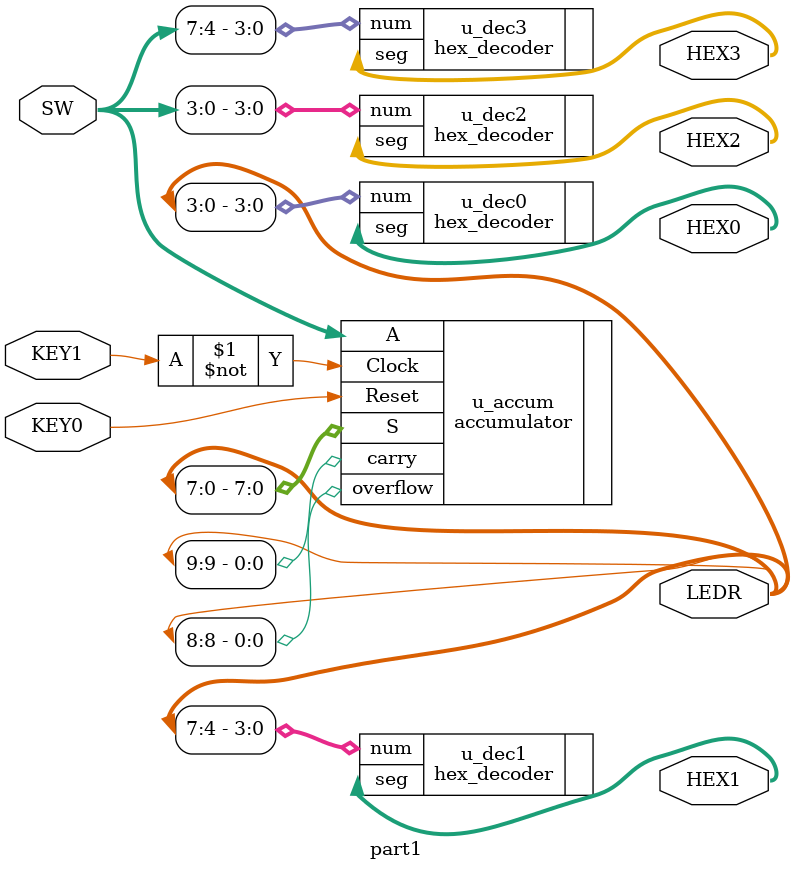
<source format=v>
module part1 (
	input        KEY0, // Reset
	input 		 KEY1, // Clock
	input  [7:0] SW,   // A
	output [9:0] LEDR, // LEDR[7:0]=SUM, LEDR[8]=OVERFLOW, LEDR[9]=CARRY
	output [0:6] HEX0, HEX1, HEX2, HEX3 // HEX1-0=A, HEX3-2=SUM
);
	accumulator #(.n(8)) u_accum (
		.Clock(~KEY1),
		.Reset(KEY0),
		.A(SW),
		.carry(LEDR[9]),
		.overflow(LEDR[8]),
		.S(LEDR[7:0])
	);
	
	hex_decoder u_dec0 (
		.num(LEDR[3:0]),
		.seg(HEX0)
	);
	
	hex_decoder u_dec1 (
		.num(LEDR[7:4]),
		.seg(HEX1)
	);
		
	hex_decoder u_dec2 (
		.num(SW[3:0]),
		.seg(HEX2)
	);
	
	hex_decoder u_dec3 (
		.num(SW[7:4]),
		.seg(HEX3)
	);

endmodule
</source>
